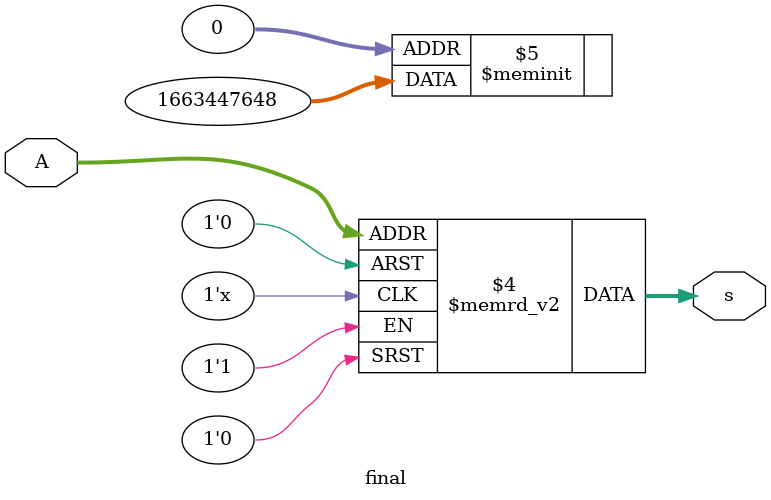
<source format=v>
`timescale 1ns / 1ps


module final(
input [3:0] A,
output reg [1:0] s
);
  always@(*)
   begin 
   
   case({A})
    4'b0000: s = 2'b00;
    4'b0001: s = 2'b00;
    4'b0010: s = 2'b10;
    4'b0011: s = 2'b01;
    4'b0100: s = 2'b10;
    4'b0101: s = 2'b00;
    4'b0110: s = 2'b11;
    4'b0111: s = 2'b00;
    4'b1000: s = 2'b10;
    4'b1001: s = 2'b01;
    4'b1010: s = 2'b10;
    4'b1011: s = 2'b00;
    4'b1100: s = 2'b11;
    4'b1101: s = 2'b00;
    4'b1110: s = 2'b10;
    4'b1111: s = 2'b01;
    
    
    endcase
   end
endmodule

</source>
